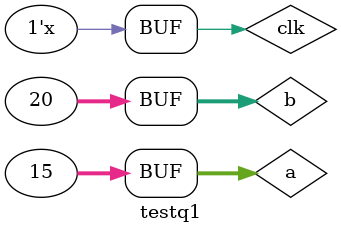
<source format=v>
`timescale 1ns / 1ps


module testq1;

	// Inputs
	reg [31:0] a;
	reg [31:0] b;
	reg clk;

	// Outputs
	wire [63:0] res;

	// Instantiate the Unit Under Test (UUT)
	pipelined uut (
		.a(a), 
		.b(b), 
		.clk(clk), 
		.res(res)
	);

	initial begin
		// Initialize Inputs
		a = 0;
		b = 0;
		clk = 0;

		// Wait 100 ns for global reset to finish
		#90;
		
		a=8;
		b=4;  
		#20;
		a = 15;
		b = 20;
		// Add stimulus here

	end
always
begin
#10;
clk = ~clk;

end      
endmodule


</source>
